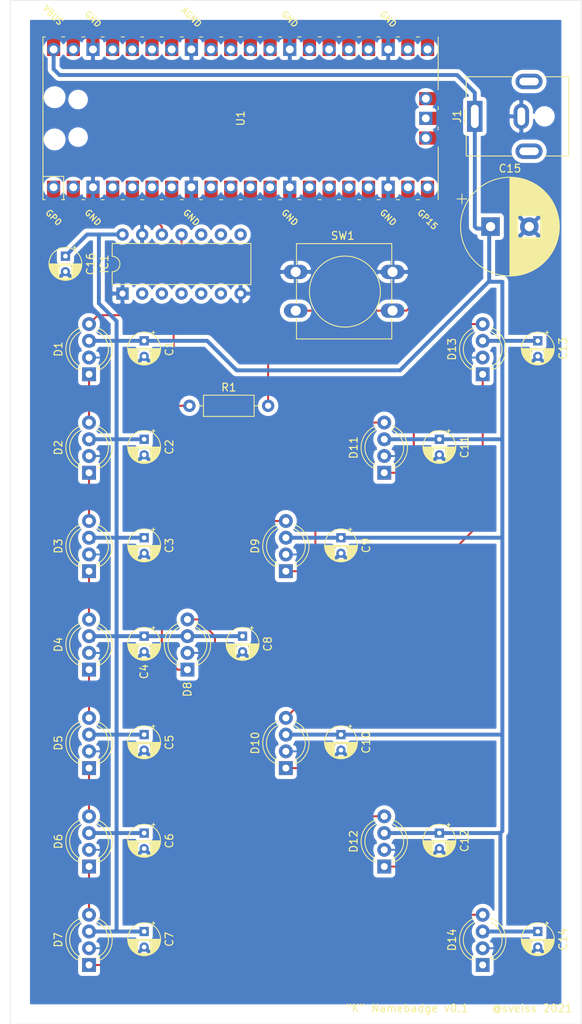
<source format=kicad_pcb>
(kicad_pcb (version 20171130) (host pcbnew "(5.1.9)-1")
  (title_block (title "\"K\" Namebadge") (date 2021-02-28) (rev v0.1) (company @sveiss))
  (layers (0 F.Cu signal) (31 B.Cu signal) (34 B.Paste user) (35 F.Paste user) (36 B.SilkS user) (37 F.SilkS user) (38 B.Mask user) (39 F.Mask user) (44 Edge.Cuts user))
  (net 0 "")
  (net 1 GND)
  (net 2 VCC)
  (net 3 "Net-(U1-Pad2)")
  (net 4 "Net-(U1-Pad4)")
  (net 5 "Net-(U1-Pad5)")
  (net 6 "Net-(U1-Pad6)")
  (net 7 "Net-(U1-Pad7)")
  (net 8 "Net-(U1-Pad9)")
  (net 9 "Net-(U1-Pad10)")
  (net 10 "Net-(U1-Pad11)")
  (net 11 "Net-(U1-Pad12)")
  (net 12 "Net-(U1-Pad14)")
  (net 13 "Net-(U1-Pad15)")
  (net 14 "Net-(U1-Pad16)")
  (net 15 "Net-(U1-Pad17)")
  (net 16 "Net-(U1-Pad19)")
  (net 17 "Net-(U1-Pad22)")
  (net 18 "Net-(U1-Pad24)")
  (net 19 "Net-(U1-Pad25)")
  (net 20 "Net-(U1-Pad26)")
  (net 21 "Net-(U1-Pad27)")
  (net 22 "Net-(U1-Pad29)")
  (net 23 "Net-(U1-Pad30)")
  (net 24 "Net-(U1-Pad31)")
  (net 25 "Net-(U1-Pad32)")
  (net 26 "Net-(U1-Pad34)")
  (net 27 "Net-(U1-Pad35)")
  (net 28 "Net-(U1-Pad36)")
  (net 29 "Net-(U1-Pad37)")
  (net 30 "Net-(U1-Pad39)")
  (net 31 "Net-(U1-Pad41)")
  (net 32 "Net-(U1-Pad42)")
  (net 33 "Net-(U1-Pad43)")
  (net 34 "Net-(D1-Pad1)")
  (net 35 "Net-(D2-Pad1)")
  (net 36 "Net-(D3-Pad1)")
  (net 37 "Net-(D4-Pad1)")
  (net 38 "Net-(D5-Pad1)")
  (net 39 "Net-(D6-Pad1)")
  (net 40 "Net-(D7-Pad1)")
  (net 41 "Net-(D8-Pad1)")
  (net 42 "Net-(D11-Pad4)")
  (net 43 "Net-(D10-Pad1)")
  (net 44 "Net-(D10-Pad4)")
  (net 45 "Net-(D11-Pad1)")
  (net 46 "Net-(D12-Pad1)")
  (net 47 "Net-(D14-Pad1)")
  (net 48 /letter-k/LED_DIN)
  (net 49 "Net-(IC1-Pad8)")
  (net 50 "Net-(IC1-Pad2)")
  (net 51 "Net-(IC1-Pad9)")
  (net 52 "Net-(IC1-Pad3)")
  (net 53 "Net-(IC1-Pad10)")
  (net 54 "Net-(IC1-Pad4)")
  (net 55 "Net-(IC1-Pad11)")
  (net 56 "Net-(IC1-Pad5)")
  (net 57 "Net-(IC1-Pad12)")
  (net 58 "Net-(IC1-Pad6)")
  (net 59 "Net-(U1-Pad21)")
  (net 60 "Net-(SW1-Pad2)")
  (module Button_Switch_THT:SW_PUSH-12mm (layer F.Cu) (at 57.15 52.832)
    (fp_text reference SW1 (at 6.08 -4.66) (layer F.SilkS))
    (fp_text value SW_Push)
    (pad 1 thru_hole oval (at 12.5 0) (size 3.048 1.85) (drill 1.3) (layers *.Cu *.Mask) (net 1 GND))
    (pad 2 thru_hole oval (at 12.5 5) (size 3.048 1.85) (drill 1.3) (layers *.Cu *.Mask) (net 60 "Net-(SW1-Pad2)"))
    (pad 1 thru_hole oval (at 0 0) (size 3.048 1.85) (drill 1.3) (layers *.Cu *.Mask) (net 1 GND))
    (pad 2 thru_hole oval (at 0 5) (size 3.048 1.85) (drill 1.3) (layers *.Cu *.Mask) (net 60 "Net-(SW1-Pad2)"))
  )
  (module Resistor_THT:R_Axial_DIN0207_L6.3mm_D2.5mm_P10.16mm_Horizontal (layer F.Cu) (at 43.434 70.104)
    (fp_text reference R1 (at 5.08 -2.37) (layer F.SilkS))
    (fp_text value 500)
    (pad 2 thru_hole oval (at 10.16 0) (size 1.6 1.6) (drill 0.8) (layers *.Cu *.Mask) (net 55 "Net-(IC1-Pad11)"))
    (pad 1 thru_hole circle (at 0 0) (size 1.6 1.6) (drill 0.8) (layers *.Cu *.Mask) (net 48 /letter-k/LED_DIN))
  )
  (module RPi_Pico:RPi_Pico_SMD_TH (layer F.Cu) (at 50.038 33.02 90)
    (fp_text reference U1 (at 0 0 90) (layer F.SilkS))
    (fp_text value Pico)
    (fp_text user AGND (at 13.054 -6.35 135) (layer F.SilkS) (effects (font (size 0.8 0.8))))
    (fp_text user GND (at 12.8 -19.05 135) (layer F.SilkS) (effects (font (size 0.8 0.8))))
    (fp_text user GND (at 12.8 6.35 135) (layer F.SilkS) (effects (font (size 0.8 0.8))))
    (fp_text user GND (at 12.8 19.05 135) (layer F.SilkS) (effects (font (size 0.8 0.8))))
    (fp_text user GND (at -12.8 19.05 135) (layer F.SilkS) (effects (font (size 0.8 0.8))))
    (fp_text user GND (at -12.8 6.35 135) (layer F.SilkS) (effects (font (size 0.8 0.8))))
    (fp_text user GND (at -12.8 -6.35 135) (layer F.SilkS) (effects (font (size 0.8 0.8))))
    (fp_text user GND (at -12.8 -19.05 135) (layer F.SilkS) (effects (font (size 0.8 0.8))))
    (fp_text user VBUS (at 13.3 -24.2 135) (layer F.SilkS) (effects (font (size 0.8 0.8))))
    (fp_text user GP15 (at -13.054 24.13 135) (layer F.SilkS) (effects (font (size 0.8 0.8))))
    (fp_text user GP0 (at -12.8 -24.13 135) (layer F.SilkS) (effects (font (size 0.8 0.8))))
    (pad 43 thru_hole oval (at 2.54 23.9 90) (size 1.7 1.7) (drill 1.02) (layers *.Cu *.Mask) (net 33 "Net-(U1-Pad43)"))
    (pad 43 smd rect (at 2.54 23.9 180) (size 3.5 1.7) (drill (offset -0.9 0)) (layers F.Cu F.Mask) (net 33 "Net-(U1-Pad43)"))
    (pad 42 thru_hole rect (at 0 23.9 90) (size 1.7 1.7) (drill 1.02) (layers *.Cu *.Mask) (net 32 "Net-(U1-Pad42)"))
    (pad 42 smd rect (at 0 23.9 180) (size 3.5 1.7) (drill (offset -0.9 0)) (layers F.Cu F.Mask) (net 32 "Net-(U1-Pad42)"))
    (pad 41 thru_hole oval (at -2.54 23.9 90) (size 1.7 1.7) (drill 1.02) (layers *.Cu *.Mask) (net 31 "Net-(U1-Pad41)"))
    (pad 41 smd rect (at -2.54 23.9 180) (size 3.5 1.7) (drill (offset -0.9 0)) (layers F.Cu F.Mask) (net 31 "Net-(U1-Pad41)"))
    (pad "" np_thru_hole oval (at 2.425 -20.97 90) (size 1.5 1.5) (drill 1.5) (layers *.Cu *.Mask))
    (pad "" np_thru_hole oval (at -2.425 -20.97 90) (size 1.5 1.5) (drill 1.5) (layers *.Cu *.Mask))
    (pad "" np_thru_hole oval (at 2.725 -24 90) (size 1.8 1.8) (drill 1.8) (layers *.Cu *.Mask))
    (pad "" np_thru_hole oval (at -2.725 -24 90) (size 1.8 1.8) (drill 1.8) (layers *.Cu *.Mask))
    (pad 21 smd rect (at 8.89 24.13 90) (size 3.5 1.7) (drill (offset 0.9 0)) (layers F.Cu F.Mask) (net 59 "Net-(U1-Pad21)"))
    (pad 22 smd rect (at 8.89 21.59 90) (size 3.5 1.7) (drill (offset 0.9 0)) (layers F.Cu F.Mask) (net 17 "Net-(U1-Pad22)"))
    (pad 23 smd rect (at 8.89 19.05 90) (size 3.5 1.7) (drill (offset 0.9 0)) (layers F.Cu F.Mask) (net 1 GND))
    (pad 24 smd rect (at 8.89 16.51 90) (size 3.5 1.7) (drill (offset 0.9 0)) (layers F.Cu F.Mask) (net 18 "Net-(U1-Pad24)"))
    (pad 25 smd rect (at 8.89 13.97 90) (size 3.5 1.7) (drill (offset 0.9 0)) (layers F.Cu F.Mask) (net 19 "Net-(U1-Pad25)"))
    (pad 26 smd rect (at 8.89 11.43 90) (size 3.5 1.7) (drill (offset 0.9 0)) (layers F.Cu F.Mask) (net 20 "Net-(U1-Pad26)"))
    (pad 27 smd rect (at 8.89 8.89 90) (size 3.5 1.7) (drill (offset 0.9 0)) (layers F.Cu F.Mask) (net 21 "Net-(U1-Pad27)"))
    (pad 28 smd rect (at 8.89 6.35 90) (size 3.5 1.7) (drill (offset 0.9 0)) (layers F.Cu F.Mask) (net 1 GND))
    (pad 29 smd rect (at 8.89 3.81 90) (size 3.5 1.7) (drill (offset 0.9 0)) (layers F.Cu F.Mask) (net 22 "Net-(U1-Pad29)"))
    (pad 30 smd rect (at 8.89 1.27 90) (size 3.5 1.7) (drill (offset 0.9 0)) (layers F.Cu F.Mask) (net 23 "Net-(U1-Pad30)"))
    (pad 31 smd rect (at 8.89 -1.27 90) (size 3.5 1.7) (drill (offset 0.9 0)) (layers F.Cu F.Mask) (net 24 "Net-(U1-Pad31)"))
    (pad 32 smd rect (at 8.89 -3.81 90) (size 3.5 1.7) (drill (offset 0.9 0)) (layers F.Cu F.Mask) (net 25 "Net-(U1-Pad32)"))
    (pad 33 smd rect (at 8.89 -6.35 90) (size 3.5 1.7) (drill (offset 0.9 0)) (layers F.Cu F.Mask) (net 1 GND))
    (pad 34 smd rect (at 8.89 -8.89 90) (size 3.5 1.7) (drill (offset 0.9 0)) (layers F.Cu F.Mask) (net 26 "Net-(U1-Pad34)"))
    (pad 35 smd rect (at 8.89 -11.43 90) (size 3.5 1.7) (drill (offset 0.9 0)) (layers F.Cu F.Mask) (net 27 "Net-(U1-Pad35)"))
    (pad 36 smd rect (at 8.89 -13.97 90) (size 3.5 1.7) (drill (offset 0.9 0)) (layers F.Cu F.Mask) (net 28 "Net-(U1-Pad36)"))
    (pad 37 smd rect (at 8.89 -16.51 90) (size 3.5 1.7) (drill (offset 0.9 0)) (layers F.Cu F.Mask) (net 29 "Net-(U1-Pad37)"))
    (pad 38 smd rect (at 8.89 -19.05 90) (size 3.5 1.7) (drill (offset 0.9 0)) (layers F.Cu F.Mask) (net 1 GND))
    (pad 39 smd rect (at 8.89 -21.59 90) (size 3.5 1.7) (drill (offset 0.9 0)) (layers F.Cu F.Mask) (net 30 "Net-(U1-Pad39)"))
    (pad 40 smd rect (at 8.89 -24.13 90) (size 3.5 1.7) (drill (offset 0.9 0)) (layers F.Cu F.Mask) (net 2 VCC))
    (pad 20 smd rect (at -8.89 24.13 90) (size 3.5 1.7) (drill (offset -0.9 0)) (layers F.Cu F.Mask) (net 60 "Net-(SW1-Pad2)"))
    (pad 19 smd rect (at -8.89 21.59 90) (size 3.5 1.7) (drill (offset -0.9 0)) (layers F.Cu F.Mask) (net 16 "Net-(U1-Pad19)"))
    (pad 18 smd rect (at -8.89 19.05 90) (size 3.5 1.7) (drill (offset -0.9 0)) (layers F.Cu F.Mask) (net 1 GND))
    (pad 17 smd rect (at -8.89 16.51 90) (size 3.5 1.7) (drill (offset -0.9 0)) (layers F.Cu F.Mask) (net 15 "Net-(U1-Pad17)"))
    (pad 16 smd rect (at -8.89 13.97 90) (size 3.5 1.7) (drill (offset -0.9 0)) (layers F.Cu F.Mask) (net 14 "Net-(U1-Pad16)"))
    (pad 15 smd rect (at -8.89 11.43 90) (size 3.5 1.7) (drill (offset -0.9 0)) (layers F.Cu F.Mask) (net 13 "Net-(U1-Pad15)"))
    (pad 14 smd rect (at -8.89 8.89 90) (size 3.5 1.7) (drill (offset -0.9 0)) (layers F.Cu F.Mask) (net 12 "Net-(U1-Pad14)"))
    (pad 13 smd rect (at -8.89 6.35 90) (size 3.5 1.7) (drill (offset -0.9 0)) (layers F.Cu F.Mask) (net 1 GND))
    (pad 12 smd rect (at -8.89 3.81 90) (size 3.5 1.7) (drill (offset -0.9 0)) (layers F.Cu F.Mask) (net 11 "Net-(U1-Pad12)"))
    (pad 11 smd rect (at -8.89 1.27 90) (size 3.5 1.7) (drill (offset -0.9 0)) (layers F.Cu F.Mask) (net 10 "Net-(U1-Pad11)"))
    (pad 10 smd rect (at -8.89 -1.27 90) (size 3.5 1.7) (drill (offset -0.9 0)) (layers F.Cu F.Mask) (net 9 "Net-(U1-Pad10)"))
    (pad 9 smd rect (at -8.89 -3.81 90) (size 3.5 1.7) (drill (offset -0.9 0)) (layers F.Cu F.Mask) (net 8 "Net-(U1-Pad9)"))
    (pad 8 smd rect (at -8.89 -6.35 90) (size 3.5 1.7) (drill (offset -0.9 0)) (layers F.Cu F.Mask) (net 1 GND))
    (pad 7 smd rect (at -8.89 -8.89 90) (size 3.5 1.7) (drill (offset -0.9 0)) (layers F.Cu F.Mask) (net 7 "Net-(U1-Pad7)"))
    (pad 6 smd rect (at -8.89 -11.43 90) (size 3.5 1.7) (drill (offset -0.9 0)) (layers F.Cu F.Mask) (net 6 "Net-(U1-Pad6)"))
    (pad 5 smd rect (at -8.89 -13.97 90) (size 3.5 1.7) (drill (offset -0.9 0)) (layers F.Cu F.Mask) (net 5 "Net-(U1-Pad5)"))
    (pad 4 smd rect (at -8.89 -16.51 90) (size 3.5 1.7) (drill (offset -0.9 0)) (layers F.Cu F.Mask) (net 4 "Net-(U1-Pad4)"))
    (pad 3 smd rect (at -8.89 -19.05 90) (size 3.5 1.7) (drill (offset -0.9 0)) (layers F.Cu F.Mask) (net 1 GND))
    (pad 2 smd rect (at -8.89 -21.59 90) (size 3.5 1.7) (drill (offset -0.9 0)) (layers F.Cu F.Mask) (net 3 "Net-(U1-Pad2)"))
    (pad 1 smd rect (at -8.89 -24.13 90) (size 3.5 1.7) (drill (offset -0.9 0)) (layers F.Cu F.Mask) (net 57 "Net-(IC1-Pad12)"))
    (pad 40 thru_hole oval (at 8.89 -24.13 90) (size 1.7 1.7) (drill 1.02) (layers *.Cu *.Mask) (net 2 VCC))
    (pad 39 thru_hole oval (at 8.89 -21.59 90) (size 1.7 1.7) (drill 1.02) (layers *.Cu *.Mask) (net 30 "Net-(U1-Pad39)"))
    (pad 38 thru_hole rect (at 8.89 -19.05 90) (size 1.7 1.7) (drill 1.02) (layers *.Cu *.Mask) (net 1 GND))
    (pad 37 thru_hole oval (at 8.89 -16.51 90) (size 1.7 1.7) (drill 1.02) (layers *.Cu *.Mask) (net 29 "Net-(U1-Pad37)"))
    (pad 36 thru_hole oval (at 8.89 -13.97 90) (size 1.7 1.7) (drill 1.02) (layers *.Cu *.Mask) (net 28 "Net-(U1-Pad36)"))
    (pad 35 thru_hole oval (at 8.89 -11.43 90) (size 1.7 1.7) (drill 1.02) (layers *.Cu *.Mask) (net 27 "Net-(U1-Pad35)"))
    (pad 34 thru_hole oval (at 8.89 -8.89 90) (size 1.7 1.7) (drill 1.02) (layers *.Cu *.Mask) (net 26 "Net-(U1-Pad34)"))
    (pad 33 thru_hole rect (at 8.89 -6.35 90) (size 1.7 1.7) (drill 1.02) (layers *.Cu *.Mask) (net 1 GND))
    (pad 32 thru_hole oval (at 8.89 -3.81 90) (size 1.7 1.7) (drill 1.02) (layers *.Cu *.Mask) (net 25 "Net-(U1-Pad32)"))
    (pad 31 thru_hole oval (at 8.89 -1.27 90) (size 1.7 1.7) (drill 1.02) (layers *.Cu *.Mask) (net 24 "Net-(U1-Pad31)"))
    (pad 30 thru_hole oval (at 8.89 1.27 90) (size 1.7 1.7) (drill 1.02) (layers *.Cu *.Mask) (net 23 "Net-(U1-Pad30)"))
    (pad 29 thru_hole oval (at 8.89 3.81 90) (size 1.7 1.7) (drill 1.02) (layers *.Cu *.Mask) (net 22 "Net-(U1-Pad29)"))
    (pad 28 thru_hole rect (at 8.89 6.35 90) (size 1.7 1.7) (drill 1.02) (layers *.Cu *.Mask) (net 1 GND))
    (pad 27 thru_hole oval (at 8.89 8.89 90) (size 1.7 1.7) (drill 1.02) (layers *.Cu *.Mask) (net 21 "Net-(U1-Pad27)"))
    (pad 26 thru_hole oval (at 8.89 11.43 90) (size 1.7 1.7) (drill 1.02) (layers *.Cu *.Mask) (net 20 "Net-(U1-Pad26)"))
    (pad 25 thru_hole oval (at 8.89 13.97 90) (size 1.7 1.7) (drill 1.02) (layers *.Cu *.Mask) (net 19 "Net-(U1-Pad25)"))
    (pad 24 thru_hole oval (at 8.89 16.51 90) (size 1.7 1.7) (drill 1.02) (layers *.Cu *.Mask) (net 18 "Net-(U1-Pad24)"))
    (pad 23 thru_hole rect (at 8.89 19.05 90) (size 1.7 1.7) (drill 1.02) (layers *.Cu *.Mask) (net 1 GND))
    (pad 22 thru_hole oval (at 8.89 21.59 90) (size 1.7 1.7) (drill 1.02) (layers *.Cu *.Mask) (net 17 "Net-(U1-Pad22)"))
    (pad 21 thru_hole oval (at 8.89 24.13 90) (size 1.7 1.7) (drill 1.02) (layers *.Cu *.Mask) (net 59 "Net-(U1-Pad21)"))
    (pad 20 thru_hole oval (at -8.89 24.13 90) (size 1.7 1.7) (drill 1.02) (layers *.Cu *.Mask) (net 60 "Net-(SW1-Pad2)"))
    (pad 19 thru_hole oval (at -8.89 21.59 90) (size 1.7 1.7) (drill 1.02) (layers *.Cu *.Mask) (net 16 "Net-(U1-Pad19)"))
    (pad 18 thru_hole rect (at -8.89 19.05 90) (size 1.7 1.7) (drill 1.02) (layers *.Cu *.Mask) (net 1 GND))
    (pad 17 thru_hole oval (at -8.89 16.51 90) (size 1.7 1.7) (drill 1.02) (layers *.Cu *.Mask) (net 15 "Net-(U1-Pad17)"))
    (pad 16 thru_hole oval (at -8.89 13.97 90) (size 1.7 1.7) (drill 1.02) (layers *.Cu *.Mask) (net 14 "Net-(U1-Pad16)"))
    (pad 15 thru_hole oval (at -8.89 11.43 90) (size 1.7 1.7) (drill 1.02) (layers *.Cu *.Mask) (net 13 "Net-(U1-Pad15)"))
    (pad 14 thru_hole oval (at -8.89 8.89 90) (size 1.7 1.7) (drill 1.02) (layers *.Cu *.Mask) (net 12 "Net-(U1-Pad14)"))
    (pad 13 thru_hole rect (at -8.89 6.35 90) (size 1.7 1.7) (drill 1.02) (layers *.Cu *.Mask) (net 1 GND))
    (pad 12 thru_hole oval (at -8.89 3.81 90) (size 1.7 1.7) (drill 1.02) (layers *.Cu *.Mask) (net 11 "Net-(U1-Pad12)"))
    (pad 11 thru_hole oval (at -8.89 1.27 90) (size 1.7 1.7) (drill 1.02) (layers *.Cu *.Mask) (net 10 "Net-(U1-Pad11)"))
    (pad 10 thru_hole oval (at -8.89 -1.27 90) (size 1.7 1.7) (drill 1.02) (layers *.Cu *.Mask) (net 9 "Net-(U1-Pad10)"))
    (pad 9 thru_hole oval (at -8.89 -3.81 90) (size 1.7 1.7) (drill 1.02) (layers *.Cu *.Mask) (net 8 "Net-(U1-Pad9)"))
    (pad 8 thru_hole rect (at -8.89 -6.35 90) (size 1.7 1.7) (drill 1.02) (layers *.Cu *.Mask) (net 1 GND))
    (pad 7 thru_hole oval (at -8.89 -8.89 90) (size 1.7 1.7) (drill 1.02) (layers *.Cu *.Mask) (net 7 "Net-(U1-Pad7)"))
    (pad 6 thru_hole oval (at -8.89 -11.43 90) (size 1.7 1.7) (drill 1.02) (layers *.Cu *.Mask) (net 6 "Net-(U1-Pad6)"))
    (pad 5 thru_hole oval (at -8.89 -13.97 90) (size 1.7 1.7) (drill 1.02) (layers *.Cu *.Mask) (net 5 "Net-(U1-Pad5)"))
    (pad 4 thru_hole oval (at -8.89 -16.51 90) (size 1.7 1.7) (drill 1.02) (layers *.Cu *.Mask) (net 4 "Net-(U1-Pad4)"))
    (pad 3 thru_hole rect (at -8.89 -19.05 90) (size 1.7 1.7) (drill 1.02) (layers *.Cu *.Mask) (net 1 GND))
    (pad 2 thru_hole oval (at -8.89 -21.59 90) (size 1.7 1.7) (drill 1.02) (layers *.Cu *.Mask) (net 3 "Net-(U1-Pad2)"))
    (pad 1 thru_hole oval (at -8.89 -24.13 90) (size 1.7 1.7) (drill 1.02) (layers *.Cu *.Mask) (net 57 "Net-(IC1-Pad12)"))
  )
  (module LED_THT:LED_D5.0mm-4_RGB_Wide_Pins (layer F.Cu) (at 55.88 116.84 90)
    (fp_text reference D10 (at 3.2385 -3.96 90) (layer F.SilkS))
    (fp_text value NeoPixel_THT)
    (pad 1 thru_hole rect (at 0 0 90) (size 1.8 1.8) (drill 0.9) (layers *.Cu *.Mask) (net 43 "Net-(D10-Pad1)"))
    (pad 2 thru_hole circle (at 2.159 0 90) (size 1.8 1.8) (drill 0.9) (layers *.Cu *.Mask) (net 1 GND))
    (pad 3 thru_hole circle (at 4.318 0 90) (size 1.8 1.8) (drill 0.9) (layers *.Cu *.Mask) (net 2 VCC))
    (pad 4 thru_hole circle (at 6.477 0 90) (size 1.8 1.8) (drill 0.9) (layers *.Cu *.Mask) (net 44 "Net-(D10-Pad4)"))
  )
  (module Capacitor_THT:CP_Radial_D4.0mm_P2.00mm (layer F.Cu) (at 88.392 137.922 270)
    (fp_text reference C14 (at 1 -3.25 90) (layer F.SilkS))
    (fp_text value 0.1uF)
    (pad 2 thru_hole circle (at 2 0 270) (size 1.2 1.2) (drill 0.6) (layers *.Cu *.Mask) (net 1 GND))
    (pad 1 thru_hole rect (at 0 0 270) (size 1.2 1.2) (drill 0.6) (layers *.Cu *.Mask) (net 2 VCC))
  )
  (module Capacitor_THT:CP_Radial_D4.0mm_P2.00mm (layer F.Cu) (at 37.592 137.922 270)
    (fp_text reference C7 (at 1 -3.25 90) (layer F.SilkS))
    (fp_text value 0.1uF)
    (pad 2 thru_hole circle (at 2 0 270) (size 1.2 1.2) (drill 0.6) (layers *.Cu *.Mask) (net 1 GND))
    (pad 1 thru_hole rect (at 0 0 270) (size 1.2 1.2) (drill 0.6) (layers *.Cu *.Mask) (net 2 VCC))
  )
  (module Capacitor_THT:CP_Radial_D4.0mm_P2.00mm (layer F.Cu) (at 75.692 125.222 270)
    (fp_text reference C12 (at 1 -3.25 90) (layer F.SilkS))
    (fp_text value 0.1uF)
    (pad 2 thru_hole circle (at 2 0 270) (size 1.2 1.2) (drill 0.6) (layers *.Cu *.Mask) (net 1 GND))
    (pad 1 thru_hole rect (at 0 0 270) (size 1.2 1.2) (drill 0.6) (layers *.Cu *.Mask) (net 2 VCC))
  )
  (module Capacitor_THT:CP_Radial_D4.0mm_P2.00mm (layer F.Cu) (at 37.592 125.222 270)
    (fp_text reference C6 (at 1 -3.25 90) (layer F.SilkS))
    (fp_text value 0.1uF)
    (pad 2 thru_hole circle (at 2 0 270) (size 1.2 1.2) (drill 0.6) (layers *.Cu *.Mask) (net 1 GND))
    (pad 1 thru_hole rect (at 0 0 270) (size 1.2 1.2) (drill 0.6) (layers *.Cu *.Mask) (net 2 VCC))
  )
  (module Capacitor_THT:CP_Radial_D4.0mm_P2.00mm (layer F.Cu) (at 62.992 112.522 270)
    (fp_text reference C10 (at 1 -3.25 90) (layer F.SilkS))
    (fp_text value 0.1uF)
    (pad 2 thru_hole circle (at 2 0 270) (size 1.2 1.2) (drill 0.6) (layers *.Cu *.Mask) (net 1 GND))
    (pad 1 thru_hole rect (at 0 0 270) (size 1.2 1.2) (drill 0.6) (layers *.Cu *.Mask) (net 2 VCC))
  )
  (module Capacitor_THT:CP_Radial_D4.0mm_P2.00mm (layer F.Cu) (at 37.592 112.522 270)
    (fp_text reference C5 (at 1 -3.25 90) (layer F.SilkS))
    (fp_text value 0.1uF)
    (pad 2 thru_hole circle (at 2 0 270) (size 1.2 1.2) (drill 0.6) (layers *.Cu *.Mask) (net 1 GND))
    (pad 1 thru_hole rect (at 0 0 270) (size 1.2 1.2) (drill 0.6) (layers *.Cu *.Mask) (net 2 VCC))
  )
  (module Capacitor_THT:CP_Radial_D4.0mm_P2.00mm (layer F.Cu) (at 50.292 99.822 270)
    (fp_text reference C8 (at 1 -3.25 90) (layer F.SilkS))
    (fp_text value 0.1uF)
    (pad 2 thru_hole circle (at 2 0 270) (size 1.2 1.2) (drill 0.6) (layers *.Cu *.Mask) (net 1 GND))
    (pad 1 thru_hole rect (at 0 0 270) (size 1.2 1.2) (drill 0.6) (layers *.Cu *.Mask) (net 2 VCC))
  )
  (module Capacitor_THT:CP_Radial_D4.0mm_P2.00mm (layer F.Cu) (at 37.592 99.822 270)
    (fp_text reference C4 (at 4.572 0 90) (layer F.SilkS))
    (fp_text value 0.1uF)
    (pad 2 thru_hole circle (at 2 0 270) (size 1.2 1.2) (drill 0.6) (layers *.Cu *.Mask) (net 1 GND))
    (pad 1 thru_hole rect (at 0 0 270) (size 1.2 1.2) (drill 0.6) (layers *.Cu *.Mask) (net 2 VCC))
  )
  (module Capacitor_THT:CP_Radial_D4.0mm_P2.00mm (layer F.Cu) (at 62.992 87.122 270)
    (fp_text reference C9 (at 1 -3.25 90) (layer F.SilkS))
    (fp_text value 0.1uF)
    (pad 2 thru_hole circle (at 2 0 270) (size 1.2 1.2) (drill 0.6) (layers *.Cu *.Mask) (net 1 GND))
    (pad 1 thru_hole rect (at 0 0 270) (size 1.2 1.2) (drill 0.6) (layers *.Cu *.Mask) (net 2 VCC))
  )
  (module Capacitor_THT:CP_Radial_D4.0mm_P2.00mm (layer F.Cu) (at 37.592 87.122 270)
    (fp_text reference C3 (at 1 -3.25 90) (layer F.SilkS))
    (fp_text value 0.1uF)
    (pad 2 thru_hole circle (at 2 0 270) (size 1.2 1.2) (drill 0.6) (layers *.Cu *.Mask) (net 1 GND))
    (pad 1 thru_hole rect (at 0 0 270) (size 1.2 1.2) (drill 0.6) (layers *.Cu *.Mask) (net 2 VCC))
  )
  (module Capacitor_THT:CP_Radial_D4.0mm_P2.00mm (layer F.Cu) (at 75.692 74.422 270)
    (fp_text reference C11 (at 1 -3.25 90) (layer F.SilkS))
    (fp_text value 0.1uF)
    (pad 2 thru_hole circle (at 2 0 270) (size 1.2 1.2) (drill 0.6) (layers *.Cu *.Mask) (net 1 GND))
    (pad 1 thru_hole rect (at 0 0 270) (size 1.2 1.2) (drill 0.6) (layers *.Cu *.Mask) (net 2 VCC))
  )
  (module Capacitor_THT:CP_Radial_D4.0mm_P2.00mm (layer F.Cu) (at 37.592 74.422 270)
    (fp_text reference C2 (at 1 -3.25 90) (layer F.SilkS))
    (fp_text value 0.1uF)
    (pad 2 thru_hole circle (at 2 0 270) (size 1.2 1.2) (drill 0.6) (layers *.Cu *.Mask) (net 1 GND))
    (pad 1 thru_hole rect (at 0 0 270) (size 1.2 1.2) (drill 0.6) (layers *.Cu *.Mask) (net 2 VCC))
  )
  (module Capacitor_THT:CP_Radial_D4.0mm_P2.00mm (layer F.Cu) (at 88.392 61.722 270)
    (fp_text reference C13 (at 1 -3.25 90) (layer F.SilkS))
    (fp_text value 0.1uF)
    (pad 2 thru_hole circle (at 2 0 270) (size 1.2 1.2) (drill 0.6) (layers *.Cu *.Mask) (net 1 GND))
    (pad 1 thru_hole rect (at 0 0 270) (size 1.2 1.2) (drill 0.6) (layers *.Cu *.Mask) (net 2 VCC))
  )
  (module LED_THT:LED_D5.0mm-4_RGB_Wide_Pins (layer F.Cu) (at 81.28 142.24 90)
    (fp_text reference D14 (at 3.2385 -3.96 90) (layer F.SilkS))
    (fp_text value NeoPixel_THT)
    (pad 1 thru_hole rect (at 0 0 90) (size 1.8 1.8) (drill 0.9) (layers *.Cu *.Mask) (net 47 "Net-(D14-Pad1)"))
    (pad 2 thru_hole circle (at 2.159 0 90) (size 1.8 1.8) (drill 0.9) (layers *.Cu *.Mask) (net 1 GND))
    (pad 3 thru_hole circle (at 4.318 0 90) (size 1.8 1.8) (drill 0.9) (layers *.Cu *.Mask) (net 2 VCC))
    (pad 4 thru_hole circle (at 6.477 0 90) (size 1.8 1.8) (drill 0.9) (layers *.Cu *.Mask) (net 46 "Net-(D12-Pad1)"))
  )
  (module LED_THT:LED_D5.0mm-4_RGB_Wide_Pins (layer F.Cu) (at 30.48 142.24 90)
    (fp_text reference D7 (at 3.2385 -3.96 90) (layer F.SilkS))
    (fp_text value NeoPixel_THT)
    (pad 1 thru_hole rect (at 0 0 90) (size 1.8 1.8) (drill 0.9) (layers *.Cu *.Mask) (net 40 "Net-(D7-Pad1)"))
    (pad 2 thru_hole circle (at 2.159 0 90) (size 1.8 1.8) (drill 0.9) (layers *.Cu *.Mask) (net 1 GND))
    (pad 3 thru_hole circle (at 4.318 0 90) (size 1.8 1.8) (drill 0.9) (layers *.Cu *.Mask) (net 2 VCC))
    (pad 4 thru_hole circle (at 6.477 0 90) (size 1.8 1.8) (drill 0.9) (layers *.Cu *.Mask) (net 39 "Net-(D6-Pad1)"))
  )
  (module LED_THT:LED_D5.0mm-4_RGB_Wide_Pins (layer F.Cu) (at 68.58 129.54 90)
    (fp_text reference D12 (at 3.2385 -3.96 90) (layer F.SilkS))
    (fp_text value NeoPixel_THT)
    (pad 1 thru_hole rect (at 0 0 90) (size 1.8 1.8) (drill 0.9) (layers *.Cu *.Mask) (net 46 "Net-(D12-Pad1)"))
    (pad 2 thru_hole circle (at 2.159 0 90) (size 1.8 1.8) (drill 0.9) (layers *.Cu *.Mask) (net 1 GND))
    (pad 3 thru_hole circle (at 4.318 0 90) (size 1.8 1.8) (drill 0.9) (layers *.Cu *.Mask) (net 2 VCC))
    (pad 4 thru_hole circle (at 6.477 0 90) (size 1.8 1.8) (drill 0.9) (layers *.Cu *.Mask) (net 43 "Net-(D10-Pad1)"))
  )
  (module LED_THT:LED_D5.0mm-4_RGB_Wide_Pins (layer F.Cu) (at 30.48 129.54 90)
    (fp_text reference D6 (at 3.2385 -3.96 90) (layer F.SilkS))
    (fp_text value NeoPixel_THT)
    (pad 1 thru_hole rect (at 0 0 90) (size 1.8 1.8) (drill 0.9) (layers *.Cu *.Mask) (net 39 "Net-(D6-Pad1)"))
    (pad 2 thru_hole circle (at 2.159 0 90) (size 1.8 1.8) (drill 0.9) (layers *.Cu *.Mask) (net 1 GND))
    (pad 3 thru_hole circle (at 4.318 0 90) (size 1.8 1.8) (drill 0.9) (layers *.Cu *.Mask) (net 2 VCC))
    (pad 4 thru_hole circle (at 6.477 0 90) (size 1.8 1.8) (drill 0.9) (layers *.Cu *.Mask) (net 38 "Net-(D5-Pad1)"))
  )
  (module LED_THT:LED_D5.0mm-4_RGB_Wide_Pins (layer F.Cu) (at 30.48 116.84 90)
    (fp_text reference D5 (at 3.2385 -3.96 90) (layer F.SilkS))
    (fp_text value NeoPixel_THT)
    (pad 1 thru_hole rect (at 0 0 90) (size 1.8 1.8) (drill 0.9) (layers *.Cu *.Mask) (net 38 "Net-(D5-Pad1)"))
    (pad 2 thru_hole circle (at 2.159 0 90) (size 1.8 1.8) (drill 0.9) (layers *.Cu *.Mask) (net 1 GND))
    (pad 3 thru_hole circle (at 4.318 0 90) (size 1.8 1.8) (drill 0.9) (layers *.Cu *.Mask) (net 2 VCC))
    (pad 4 thru_hole circle (at 6.477 0 90) (size 1.8 1.8) (drill 0.9) (layers *.Cu *.Mask) (net 37 "Net-(D4-Pad1)"))
  )
  (module LED_THT:LED_D5.0mm-4_RGB_Wide_Pins (layer F.Cu) (at 43.18 104.14 90)
    (fp_text reference D8 (at -2.54 0 90) (layer F.SilkS))
    (fp_text value NeoPixel_THT)
    (pad 1 thru_hole rect (at 0 0 90) (size 1.8 1.8) (drill 0.9) (layers *.Cu *.Mask) (net 41 "Net-(D8-Pad1)"))
    (pad 2 thru_hole circle (at 2.159 0 90) (size 1.8 1.8) (drill 0.9) (layers *.Cu *.Mask) (net 1 GND))
    (pad 3 thru_hole circle (at 4.318 0 90) (size 1.8 1.8) (drill 0.9) (layers *.Cu *.Mask) (net 2 VCC))
    (pad 4 thru_hole circle (at 6.477 0 90) (size 1.8 1.8) (drill 0.9) (layers *.Cu *.Mask) (net 40 "Net-(D7-Pad1)"))
  )
  (module LED_THT:LED_D5.0mm-4_RGB_Wide_Pins (layer F.Cu) (at 30.48 104.14 90)
    (fp_text reference D4 (at 3.2385 -3.96 90) (layer F.SilkS))
    (fp_text value NeoPixel_THT)
    (pad 1 thru_hole rect (at 0 0 90) (size 1.8 1.8) (drill 0.9) (layers *.Cu *.Mask) (net 37 "Net-(D4-Pad1)"))
    (pad 2 thru_hole circle (at 2.159 0 90) (size 1.8 1.8) (drill 0.9) (layers *.Cu *.Mask) (net 1 GND))
    (pad 3 thru_hole circle (at 4.318 0 90) (size 1.8 1.8) (drill 0.9) (layers *.Cu *.Mask) (net 2 VCC))
    (pad 4 thru_hole circle (at 6.477 0 90) (size 1.8 1.8) (drill 0.9) (layers *.Cu *.Mask) (net 36 "Net-(D3-Pad1)"))
  )
  (module LED_THT:LED_D5.0mm-4_RGB_Wide_Pins (layer F.Cu) (at 55.88 91.44 90)
    (fp_text reference D9 (at 3.2385 -3.96 90) (layer F.SilkS))
    (fp_text value NeoPixel_THT)
    (pad 1 thru_hole rect (at 0 0 90) (size 1.8 1.8) (drill 0.9) (layers *.Cu *.Mask) (net 42 "Net-(D11-Pad4)"))
    (pad 2 thru_hole circle (at 2.159 0 90) (size 1.8 1.8) (drill 0.9) (layers *.Cu *.Mask) (net 1 GND))
    (pad 3 thru_hole circle (at 4.318 0 90) (size 1.8 1.8) (drill 0.9) (layers *.Cu *.Mask) (net 2 VCC))
    (pad 4 thru_hole circle (at 6.477 0 90) (size 1.8 1.8) (drill 0.9) (layers *.Cu *.Mask) (net 41 "Net-(D8-Pad1)"))
  )
  (module LED_THT:LED_D5.0mm-4_RGB_Wide_Pins (layer F.Cu) (at 30.48 91.44 90)
    (fp_text reference D3 (at 3.2385 -3.96 90) (layer F.SilkS))
    (fp_text value NeoPixel_THT)
    (pad 1 thru_hole rect (at 0 0 90) (size 1.8 1.8) (drill 0.9) (layers *.Cu *.Mask) (net 36 "Net-(D3-Pad1)"))
    (pad 2 thru_hole circle (at 2.159 0 90) (size 1.8 1.8) (drill 0.9) (layers *.Cu *.Mask) (net 1 GND))
    (pad 3 thru_hole circle (at 4.318 0 90) (size 1.8 1.8) (drill 0.9) (layers *.Cu *.Mask) (net 2 VCC))
    (pad 4 thru_hole circle (at 6.477 0 90) (size 1.8 1.8) (drill 0.9) (layers *.Cu *.Mask) (net 35 "Net-(D2-Pad1)"))
  )
  (module LED_THT:LED_D5.0mm-4_RGB_Wide_Pins (layer F.Cu) (at 68.58 78.74 90)
    (fp_text reference D11 (at 3.2385 -3.96 90) (layer F.SilkS))
    (fp_text value NeoPixel_THT)
    (pad 1 thru_hole rect (at 0 0 90) (size 1.8 1.8) (drill 0.9) (layers *.Cu *.Mask) (net 45 "Net-(D11-Pad1)"))
    (pad 2 thru_hole circle (at 2.159 0 90) (size 1.8 1.8) (drill 0.9) (layers *.Cu *.Mask) (net 1 GND))
    (pad 3 thru_hole circle (at 4.318 0 90) (size 1.8 1.8) (drill 0.9) (layers *.Cu *.Mask) (net 2 VCC))
    (pad 4 thru_hole circle (at 6.477 0 90) (size 1.8 1.8) (drill 0.9) (layers *.Cu *.Mask) (net 42 "Net-(D11-Pad4)"))
  )
  (module LED_THT:LED_D5.0mm-4_RGB_Wide_Pins (layer F.Cu) (at 30.48 78.74 90)
    (fp_text reference D2 (at 3.2385 -3.96 90) (layer F.SilkS))
    (fp_text value NeoPixel_THT)
    (pad 1 thru_hole rect (at 0 0 90) (size 1.8 1.8) (drill 0.9) (layers *.Cu *.Mask) (net 35 "Net-(D2-Pad1)"))
    (pad 2 thru_hole circle (at 2.159 0 90) (size 1.8 1.8) (drill 0.9) (layers *.Cu *.Mask) (net 1 GND))
    (pad 3 thru_hole circle (at 4.318 0 90) (size 1.8 1.8) (drill 0.9) (layers *.Cu *.Mask) (net 2 VCC))
    (pad 4 thru_hole circle (at 6.477 0 90) (size 1.8 1.8) (drill 0.9) (layers *.Cu *.Mask) (net 34 "Net-(D1-Pad1)"))
  )
  (module LED_THT:LED_D5.0mm-4_RGB_Wide_Pins (layer F.Cu) (at 81.28 66.04 90)
    (fp_text reference D13 (at 3.2385 -3.96 90) (layer F.SilkS))
    (fp_text value NeoPixel_THT)
    (pad 1 thru_hole rect (at 0 0 90) (size 1.8 1.8) (drill 0.9) (layers *.Cu *.Mask) (net 44 "Net-(D10-Pad4)"))
    (pad 2 thru_hole circle (at 2.159 0 90) (size 1.8 1.8) (drill 0.9) (layers *.Cu *.Mask) (net 1 GND))
    (pad 3 thru_hole circle (at 4.318 0 90) (size 1.8 1.8) (drill 0.9) (layers *.Cu *.Mask) (net 2 VCC))
    (pad 4 thru_hole circle (at 6.477 0 90) (size 1.8 1.8) (drill 0.9) (layers *.Cu *.Mask) (net 45 "Net-(D11-Pad1)"))
  )
  (module LED_THT:LED_D5.0mm-4_RGB_Wide_Pins (layer F.Cu) (at 30.48 66.04 90)
    (fp_text reference D1 (at 3.2385 -3.96 90) (layer F.SilkS))
    (fp_text value NeoPixel_THT)
    (pad 4 thru_hole circle (at 6.477 0 90) (size 1.8 1.8) (drill 0.9) (layers *.Cu *.Mask) (net 48 /letter-k/LED_DIN))
    (pad 3 thru_hole circle (at 4.318 0 90) (size 1.8 1.8) (drill 0.9) (layers *.Cu *.Mask) (net 2 VCC))
    (pad 2 thru_hole circle (at 2.159 0 90) (size 1.8 1.8) (drill 0.9) (layers *.Cu *.Mask) (net 1 GND))
    (pad 1 thru_hole rect (at 0 0 90) (size 1.8 1.8) (drill 0.9) (layers *.Cu *.Mask) (net 34 "Net-(D1-Pad1)"))
  )
  (module Capacitor_THT:CP_Radial_D4.0mm_P2.00mm (layer F.Cu) (at 37.592 61.722 270)
    (fp_text reference C1 (at 1 -3.25 90) (layer F.SilkS))
    (fp_text value 0.1uF)
    (pad 1 thru_hole rect (at 0 0 270) (size 1.2 1.2) (drill 0.6) (layers *.Cu *.Mask) (net 2 VCC))
    (pad 2 thru_hole circle (at 2 0 270) (size 1.2 1.2) (drill 0.6) (layers *.Cu *.Mask) (net 1 GND))
  )
  (module Package_DIP:DIP-14_W7.62mm (layer F.Cu) (at 34.798 55.626 90)
    (fp_text reference IC1 (at 3.81 -2.33 90) (layer F.SilkS))
    (fp_text value SN74AHCT125N)
    (pad 1 thru_hole rect (at 0 0 90) (size 1.6 1.6) (drill 0.8) (layers *.Cu *.Mask) (net 1 GND))
    (pad 8 thru_hole oval (at 7.62 15.24 90) (size 1.6 1.6) (drill 0.8) (layers *.Cu *.Mask) (net 49 "Net-(IC1-Pad8)"))
    (pad 2 thru_hole oval (at 0 2.54 90) (size 1.6 1.6) (drill 0.8) (layers *.Cu *.Mask) (net 50 "Net-(IC1-Pad2)"))
    (pad 9 thru_hole oval (at 7.62 12.7 90) (size 1.6 1.6) (drill 0.8) (layers *.Cu *.Mask) (net 51 "Net-(IC1-Pad9)"))
    (pad 3 thru_hole oval (at 0 5.08 90) (size 1.6 1.6) (drill 0.8) (layers *.Cu *.Mask) (net 52 "Net-(IC1-Pad3)"))
    (pad 10 thru_hole oval (at 7.62 10.16 90) (size 1.6 1.6) (drill 0.8) (layers *.Cu *.Mask) (net 53 "Net-(IC1-Pad10)"))
    (pad 4 thru_hole oval (at 0 7.62 90) (size 1.6 1.6) (drill 0.8) (layers *.Cu *.Mask) (net 54 "Net-(IC1-Pad4)"))
    (pad 11 thru_hole oval (at 7.62 7.62 90) (size 1.6 1.6) (drill 0.8) (layers *.Cu *.Mask) (net 55 "Net-(IC1-Pad11)"))
    (pad 5 thru_hole oval (at 0 10.16 90) (size 1.6 1.6) (drill 0.8) (layers *.Cu *.Mask) (net 56 "Net-(IC1-Pad5)"))
    (pad 12 thru_hole oval (at 7.62 5.08 90) (size 1.6 1.6) (drill 0.8) (layers *.Cu *.Mask) (net 57 "Net-(IC1-Pad12)"))
    (pad 6 thru_hole oval (at 0 12.7 90) (size 1.6 1.6) (drill 0.8) (layers *.Cu *.Mask) (net 58 "Net-(IC1-Pad6)"))
    (pad 13 thru_hole oval (at 7.62 2.54 90) (size 1.6 1.6) (drill 0.8) (layers *.Cu *.Mask) (net 1 GND))
    (pad 7 thru_hole oval (at 0 15.24 90) (size 1.6 1.6) (drill 0.8) (layers *.Cu *.Mask) (net 1 GND))
    (pad 14 thru_hole oval (at 7.62 0 90) (size 1.6 1.6) (drill 0.8) (layers *.Cu *.Mask) (net 2 VCC))
  )
  (module Connector_BarrelJack:BarrelJack_CUI_PJ-063AH_Horizontal (layer F.Cu) (at 80.264 32.766 90)
    (fp_text reference J1 (at 0 -2.3 90) (layer F.SilkS))
    (fp_text value Barrel_Jack)
    (pad "" np_thru_hole circle (at 0 9 90) (size 1.6 1.6) (drill 1.6) (layers *.Cu *.Mask))
    (pad MP thru_hole oval (at 4.5 7 90) (size 2 3.5) (drill oval 1 2.5) (layers *.Cu *.Mask))
    (pad MP thru_hole oval (at -4.5 7 90) (size 2 3.5) (drill oval 1 2.5) (layers *.Cu *.Mask))
    (pad 2 thru_hole oval (at 0 6 90) (size 3.3 2) (drill oval 2.3 1) (layers *.Cu *.Mask) (net 1 GND))
    (pad 1 thru_hole rect (at 0 0 90) (size 4 2) (drill oval 3 1) (layers *.Cu *.Mask) (net 2 VCC))
  )
  (module Capacitor_THT:CP_Radial_D12.5mm_P5.00mm (layer F.Cu) (at 82.296 46.99)
    (fp_text reference C15 (at 2.5 -7.5) (layer F.SilkS))
    (fp_text value 1000uF)
    (pad 1 thru_hole rect (at 0 0) (size 2.4 2.4) (drill 1.2) (layers *.Cu *.Mask) (net 2 VCC))
    (pad 2 thru_hole circle (at 5 0) (size 2.4 2.4) (drill 1.2) (layers *.Cu *.Mask) (net 1 GND))
  )
  (module Capacitor_THT:CP_Radial_D4.0mm_P2.00mm (layer F.Cu) (at 27.432 50.8 270)
    (fp_text reference C16 (at 1 -3.25 90) (layer F.SilkS))
    (fp_text value 0.1uF)
    (pad 1 thru_hole rect (at 0 0 270) (size 1.2 1.2) (drill 0.6) (layers *.Cu *.Mask) (net 2 VCC))
    (pad 2 thru_hole circle (at 2 0 270) (size 1.2 1.2) (drill 0.6) (layers *.Cu *.Mask) (net 1 GND))
  )
  (gr_text "\"K\" Namebadge v0.1    @sveiss 2021" (at 78.232 147.828) (layer F.SilkS) (effects (font (size 1 1))))
  (gr_line (start 20.32 17.78) (end 22.86 17.78) (layer Edge.Cuts) (width 0.05))
  (gr_line (start 20.32 149.86) (end 20.32 17.78) (layer Edge.Cuts) (width 0.05))
  (gr_line (start 93.98 149.86) (end 20.32 149.86) (layer Edge.Cuts) (width 0.05))
  (gr_line (start 93.98 17.78) (end 93.98 149.86) (layer Edge.Cuts) (width 0.05))
  (gr_line (start 22.86 17.78) (end 93.98 17.78) (layer Edge.Cuts) (width 0.05))
  (segment (start 81.28 140.081) (end 83.439 140.081) (width 0.25) (layer B.Cu) (net 1))
  (segment (start 30.48 140.081) (end 32.639 140.081) (width 0.25) (layer B.Cu) (net 1))
  (segment (start 32.639 140.081) (end 33.02 139.7) (width 0.25) (layer B.Cu) (net 1))
  (segment (start 30.48 127.381) (end 32.639 127.381) (width 0.25) (layer B.Cu) (net 1))
  (segment (start 30.48 114.681) (end 32.639 114.681) (width 0.25) (layer B.Cu) (net 1))
  (segment (start 30.48 101.981) (end 32.639 101.981) (width 0.25) (layer B.Cu) (net 1))
  (segment (start 30.48 89.281) (end 32.639 89.281) (width 0.25) (layer B.Cu) (net 1))
  (segment (start 30.48 76.581) (end 32.639 76.581) (width 0.25) (layer B.Cu) (net 1))
  (segment (start 30.48 63.881) (end 32.639 63.881) (width 0.25) (layer B.Cu) (net 1))
  (segment (start 55.88 89.281) (end 58.039 89.281) (width 0.25) (layer B.Cu) (net 1))
  (segment (start 68.58 76.581) (end 70.739 76.581) (width 0.25) (layer B.Cu) (net 1))
  (segment (start 81.28 63.881) (end 79.121 63.881) (width 0.25) (layer B.Cu) (net 1))
  (segment (start 55.88 114.681) (end 58.039 114.681) (width 0.25) (layer B.Cu) (net 1))
  (segment (start 68.58 127.381) (end 70.739 127.381) (width 0.25) (layer B.Cu) (net 1))
  (segment (start 43.18 101.981) (end 45.339 101.981) (width 0.25) (layer B.Cu) (net 1))
  (segment (start 30.988 62.23) (end 30.48 61.722) (width 0.508) (layer B.Cu) (net 2))
  (segment (start 81.788 62.23) (end 81.28 61.722) (width 0.508) (layer B.Cu) (net 2))
  (segment (start 30.988 74.93) (end 30.48 74.422) (width 0.508) (layer B.Cu) (net 2))
  (segment (start 69.088 74.93) (end 68.58 74.422) (width 0.508) (layer B.Cu) (net 2))
  (segment (start 30.988 87.63) (end 30.48 87.122) (width 0.508) (layer B.Cu) (net 2))
  (segment (start 56.388 87.63) (end 55.88 87.122) (width 0.508) (layer B.Cu) (net 2))
  (segment (start 30.988 100.33) (end 30.48 99.822) (width 0.508) (layer B.Cu) (net 2))
  (segment (start 43.688 100.33) (end 43.18 99.822) (width 0.508) (layer B.Cu) (net 2))
  (segment (start 30.988 113.03) (end 30.48 112.522) (width 0.508) (layer B.Cu) (net 2))
  (segment (start 56.388 113.03) (end 55.88 112.522) (width 0.508) (layer B.Cu) (net 2))
  (segment (start 30.988 125.73) (end 30.48 125.222) (width 0.508) (layer B.Cu) (net 2))
  (segment (start 69.088 125.73) (end 68.58 125.222) (width 0.508) (layer B.Cu) (net 2))
  (segment (start 30.988 138.43) (end 30.48 137.922) (width 0.508) (layer B.Cu) (net 2))
  (segment (start 81.788 138.43) (end 81.28 137.922) (width 0.508) (layer B.Cu) (net 2))
  (segment (start 75.692 74.422) (end 68.58 74.422) (width 0.508) (layer B.Cu) (net 2))
  (segment (start 62.992 87.122) (end 55.88 87.122) (width 0.508) (layer B.Cu) (net 2))
  (segment (start 50.292 99.822) (end 43.18 99.822) (width 0.508) (layer B.Cu) (net 2))
  (segment (start 62.992 112.522) (end 55.88 112.522) (width 0.508) (layer B.Cu) (net 2))
  (segment (start 75.692 125.222) (end 68.58 125.222) (width 0.508) (layer B.Cu) (net 2))
  (segment (start 62.992 87.122) (end 83.82 87.122) (width 0.508) (layer B.Cu) (net 2))
  (segment (start 83.82 87.122) (end 83.82 74.422) (width 0.508) (layer B.Cu) (net 2))
  (segment (start 75.692 74.422) (end 83.82 74.422) (width 0.508) (layer B.Cu) (net 2))
  (segment (start 83.82 87.122) (end 83.82 112.522) (width 0.508) (layer B.Cu) (net 2))
  (segment (start 62.992 112.522) (end 83.82 112.522) (width 0.508) (layer B.Cu) (net 2))
  (segment (start 83.82 112.522) (end 83.82 124.968) (width 0.508) (layer B.Cu) (net 2))
  (segment (start 83.566 125.222) (end 75.692 125.222) (width 0.508) (layer B.Cu) (net 2))
  (segment (start 83.82 124.968) (end 83.566 125.222) (width 0.508) (layer B.Cu) (net 2))
  (segment (start 83.566 137.922) (end 81.28 137.922) (width 0.508) (layer B.Cu) (net 2))
  (segment (start 83.566 125.222) (end 83.566 137.922) (width 0.508) (layer B.Cu) (net 2))
  (segment (start 88.392 137.922) (end 83.566 137.922) (width 0.508) (layer B.Cu) (net 2))
  (segment (start 37.592 87.122) (end 34.036 87.122) (width 0.508) (layer B.Cu) (net 2))
  (segment (start 34.036 87.122) (end 30.48 87.122) (width 0.508) (layer B.Cu) (net 2))
  (segment (start 34.036 137.668) (end 33.782 137.922) (width 0.508) (layer B.Cu) (net 2))
  (segment (start 33.782 137.922) (end 30.48 137.922) (width 0.508) (layer B.Cu) (net 2))
  (segment (start 37.592 137.922) (end 33.782 137.922) (width 0.508) (layer B.Cu) (net 2))
  (segment (start 83.82 61.976) (end 83.566 61.722) (width 0.508) (layer B.Cu) (net 2))
  (segment (start 83.82 74.422) (end 83.82 61.976) (width 0.508) (layer B.Cu) (net 2))
  (segment (start 83.566 61.722) (end 81.28 61.722) (width 0.508) (layer B.Cu) (net 2))
  (segment (start 88.392 61.722) (end 83.82 61.722) (width 0.508) (layer B.Cu) (net 2))
  (segment (start 83.82 61.722) (end 83.566 61.722) (width 0.508) (layer B.Cu) (net 2))
  (segment (start 43.18 99.822) (end 37.592 99.822) (width 0.508) (layer B.Cu) (net 2))
  (segment (start 83.82 54.102) (end 83.82 61.722) (width 0.508) (layer B.Cu) (net 2))
  (segment (start 34.036 74.422) (end 34.036 61.722) (width 0.508) (layer B.Cu) (net 2))
  (segment (start 37.592 61.722) (end 34.036 61.722) (width 0.508) (layer B.Cu) (net 2))
  (segment (start 34.036 61.722) (end 30.48 61.722) (width 0.508) (layer B.Cu) (net 2))
  (segment (start 30.48 74.422) (end 34.036 74.422) (width 0.508) (layer B.Cu) (net 2))
  (segment (start 34.036 87.122) (end 34.036 74.422) (width 0.508) (layer B.Cu) (net 2))
  (segment (start 34.036 74.422) (end 37.592 74.422) (width 0.508) (layer B.Cu) (net 2))
  (segment (start 30.48 99.822) (end 34.036 99.822) (width 0.508) (layer B.Cu) (net 2))
  (segment (start 34.036 87.122) (end 34.036 99.822) (width 0.508) (layer B.Cu) (net 2))
  (segment (start 37.592 99.822) (end 34.036 99.822) (width 0.508) (layer B.Cu) (net 2))
  (segment (start 30.48 112.522) (end 34.036 112.522) (width 0.508) (layer B.Cu) (net 2))
  (segment (start 34.036 99.822) (end 34.036 112.522) (width 0.508) (layer B.Cu) (net 2))
  (segment (start 34.036 112.522) (end 37.592 112.522) (width 0.508) (layer B.Cu) (net 2))
  (segment (start 30.48 125.222) (end 34.036 125.222) (width 0.508) (layer B.Cu) (net 2))
  (segment (start 34.036 125.222) (end 34.036 137.668) (width 0.508) (layer B.Cu) (net 2))
  (segment (start 34.036 112.522) (end 34.036 125.222) (width 0.508) (layer B.Cu) (net 2))
  (segment (start 37.592 125.222) (end 34.036 125.222) (width 0.508) (layer B.Cu) (net 2))
  (segment (start 83.82 54.102) (end 82.042 54.102) (width 0.508) (layer B.Cu) (net 2))
  (segment (start 80.264 32.766) (end 80.264 46.99) (width 0.508) (layer B.Cu) (net 2))
  (segment (start 80.264 46.99) (end 80.518 47.244) (width 0.508) (layer B.Cu) (net 2))
  (segment (start 80.518 47.244) (end 82.122 47.244) (width 0.508) (layer B.Cu) (net 2))
  (segment (start 82.122 47.244) (end 82.122 54.022) (width 0.508) (layer B.Cu) (net 2))
  (segment (start 82.122 54.022) (end 82.042 54.102) (width 0.508) (layer B.Cu) (net 2))
  (segment (start 80.264 29.718) (end 80.264 32.766) (width 0.508) (layer B.Cu) (net 2))
  (segment (start 77.978 27.432) (end 80.264 29.718) (width 0.508) (layer B.Cu) (net 2))
  (segment (start 26.67 27.432) (end 77.978 27.432) (width 0.508) (layer B.Cu) (net 2))
  (segment (start 25.908 26.67) (end 26.67 27.432) (width 0.508) (layer B.Cu) (net 2))
  (segment (start 25.908 24.13) (end 25.908 26.67) (width 0.508) (layer B.Cu) (net 2))
  (segment (start 30.226 48.006) (end 27.432 50.8) (width 0.508) (layer B.Cu) (net 2))
  (segment (start 34.036 61.722) (end 34.036 59.182) (width 0.508) (layer B.Cu) (net 2))
  (segment (start 31.75 56.896) (end 31.75 48.006) (width 0.508) (layer B.Cu) (net 2))
  (segment (start 34.036 59.182) (end 31.75 56.896) (width 0.508) (layer B.Cu) (net 2))
  (segment (start 31.75 48.006) (end 30.226 48.006) (width 0.508) (layer B.Cu) (net 2))
  (segment (start 34.798 48.006) (end 31.75 48.006) (width 0.508) (layer B.Cu) (net 2))
  (segment (start 45.72 61.722) (end 37.592 61.722) (width 0.508) (layer B.Cu) (net 2))
  (segment (start 49.53 65.532) (end 45.72 61.722) (width 0.508) (layer B.Cu) (net 2))
  (segment (start 70.612 65.532) (end 49.53 65.532) (width 0.508) (layer B.Cu) (net 2))
  (segment (start 82.042 54.102) (end 70.612 65.532) (width 0.508) (layer B.Cu) (net 2))
  (segment (start 30.48 66.04) (end 30.48 72.263) (width 0.25) (layer F.Cu) (net 34))
  (segment (start 30.48 78.74) (end 30.48 84.963) (width 0.25) (layer F.Cu) (net 35))
  (segment (start 30.48 91.44) (end 30.48 97.663) (width 0.25) (layer F.Cu) (net 36))
  (segment (start 30.48 104.14) (end 30.48 110.363) (width 0.25) (layer F.Cu) (net 37))
  (segment (start 30.48 116.84) (end 30.48 123.063) (width 0.25) (layer F.Cu) (net 38))
  (segment (start 30.48 129.54) (end 30.48 135.763) (width 0.25) (layer F.Cu) (net 39))
  (segment (start 44.577 97.663) (end 43.18 97.663) (width 0.25) (layer F.Cu) (net 40))
  (segment (start 46.736 99.822) (end 44.577 97.663) (width 0.25) (layer F.Cu) (net 40))
  (segment (start 46.736 134.874) (end 46.736 99.822) (width 0.25) (layer F.Cu) (net 40))
  (segment (start 39.37 142.24) (end 46.736 134.874) (width 0.25) (layer F.Cu) (net 40))
  (segment (start 30.48 142.24) (end 39.37 142.24) (width 0.25) (layer F.Cu) (net 40))
  (segment (start 39.878 97.79) (end 52.705 84.963) (width 0.25) (layer F.Cu) (net 41))
  (segment (start 39.878 102.108) (end 39.878 97.79) (width 0.25) (layer F.Cu) (net 41))
  (segment (start 41.91 104.14) (end 39.878 102.108) (width 0.25) (layer F.Cu) (net 41))
  (segment (start 52.705 84.963) (end 55.88 84.963) (width 0.25) (layer F.Cu) (net 41))
  (segment (start 43.18 104.14) (end 41.91 104.14) (width 0.25) (layer F.Cu) (net 41))
  (segment (start 58.166 91.44) (end 55.88 91.44) (width 0.25) (layer F.Cu) (net 42))
  (segment (start 59.69 89.916) (end 58.166 91.44) (width 0.25) (layer F.Cu) (net 42))
  (segment (start 59.69 85.852) (end 59.69 89.916) (width 0.25) (layer F.Cu) (net 42))
  (segment (start 60.96 84.582) (end 59.69 85.852) (width 0.25) (layer F.Cu) (net 42))
  (segment (start 62.738 84.582) (end 60.96 84.582) (width 0.25) (layer F.Cu) (net 42))
  (segment (start 63.5 73.406) (end 63.5 83.82) (width 0.25) (layer F.Cu) (net 42))
  (segment (start 64.643 72.263) (end 63.5 73.406) (width 0.25) (layer F.Cu) (net 42))
  (segment (start 63.5 83.82) (end 62.738 84.582) (width 0.25) (layer F.Cu) (net 42))
  (segment (start 68.58 72.263) (end 64.643 72.263) (width 0.25) (layer F.Cu) (net 42))
  (segment (start 65.913 123.063) (end 68.58 123.063) (width 0.25) (layer F.Cu) (net 43))
  (segment (start 59.69 116.84) (end 65.913 123.063) (width 0.25) (layer F.Cu) (net 43))
  (segment (start 55.88 116.84) (end 59.69 116.84) (width 0.25) (layer F.Cu) (net 43))
  (segment (start 81.28 84.963) (end 55.88 110.363) (width 0.25) (layer F.Cu) (net 44))
  (segment (start 81.28 66.04) (end 81.28 84.963) (width 0.25) (layer F.Cu) (net 44))
  (segment (start 72.39 66.294) (end 79.121 59.563) (width 0.25) (layer F.Cu) (net 45))
  (segment (start 79.121 59.563) (end 81.28 59.563) (width 0.25) (layer F.Cu) (net 45))
  (segment (start 72.39 77.216) (end 72.39 66.294) (width 0.25) (layer F.Cu) (net 45))
  (segment (start 70.866 78.74) (end 72.39 77.216) (width 0.25) (layer F.Cu) (net 45))
  (segment (start 68.58 78.74) (end 70.866 78.74) (width 0.25) (layer F.Cu) (net 45))
  (segment (start 78.613 135.763) (end 81.28 135.763) (width 0.25) (layer F.Cu) (net 46))
  (segment (start 72.39 129.54) (end 78.613 135.763) (width 0.25) (layer F.Cu) (net 46))
  (segment (start 68.58 129.54) (end 72.39 129.54) (width 0.25) (layer F.Cu) (net 46))
  (segment (start 41.402 65.278) (end 41.402 64.77) (width 0.25) (layer F.Cu) (net 48))
  (segment (start 41.402 69.596) (end 41.402 64.77) (width 0.25) (layer F.Cu) (net 48))
  (segment (start 41.91 70.104) (end 41.402 69.596) (width 0.25) (layer F.Cu) (net 48))
  (segment (start 43.434 70.104) (end 41.91 70.104) (width 0.25) (layer F.Cu) (net 48))
  (segment (start 31.623 58.42) (end 30.48 59.563) (width 0.25) (layer F.Cu) (net 48))
  (segment (start 39.37 58.42) (end 31.623 58.42) (width 0.25) (layer F.Cu) (net 48))
  (segment (start 41.402 60.452) (end 39.37 58.42) (width 0.25) (layer F.Cu) (net 48))
  (segment (start 41.402 64.77) (end 41.402 60.452) (width 0.25) (layer F.Cu) (net 48))
  (segment (start 44.196 51.816) (end 42.418 50.038) (width 0.25) (layer F.Cu) (net 55))
  (segment (start 52.578 51.816) (end 44.196 51.816) (width 0.25) (layer F.Cu) (net 55))
  (segment (start 53.594 52.832) (end 52.578 51.816) (width 0.25) (layer F.Cu) (net 55))
  (segment (start 53.594 69.85) (end 53.594 52.832) (width 0.25) (layer F.Cu) (net 55))
  (segment (start 42.418 50.038) (end 42.418 48.006) (width 0.25) (layer F.Cu) (net 55))
  (segment (start 53.34 70.104) (end 53.594 69.85) (width 0.25) (layer F.Cu) (net 55))
  (segment (start 39.878 46.99) (end 39.878 48.006) (width 0.25) (layer F.Cu) (net 57))
  (segment (start 38.862 45.974) (end 39.878 46.99) (width 0.25) (layer F.Cu) (net 57))
  (segment (start 26.924 45.974) (end 38.862 45.974) (width 0.25) (layer F.Cu) (net 57))
  (segment (start 25.908 44.958) (end 26.924 45.974) (width 0.25) (layer F.Cu) (net 57))
  (segment (start 25.908 41.91) (end 25.908 44.958) (width 0.25) (layer F.Cu) (net 57))
  (segment (start 69.65 57.832) (end 71.454 57.832) (width 0.25) (layer F.Cu) (net 60))
  (segment (start 74.168 55.118) (end 74.168 41.91) (width 0.25) (layer F.Cu) (net 60))
  (segment (start 71.454 57.832) (end 74.168 55.118) (width 0.25) (layer F.Cu) (net 60))
  (segment (start 69.65 57.832) (end 57.15 57.832) (width 0.25) (layer F.Cu) (net 60))
  (zone (net 1) (net_name GND) (layer B.Cu) (connect_pads (clearance 0.508)) (min_thickness 0.254) (fill yes (arc_segments 32) (thermal_gap 0.508) (thermal_bridge_width 0.508))
    (polygon (pts (xy 91.44 147.32) (xy 22.86 147.32) (xy 22.86 20.32) (xy 91.44 20.32)))
  )
)
</source>
